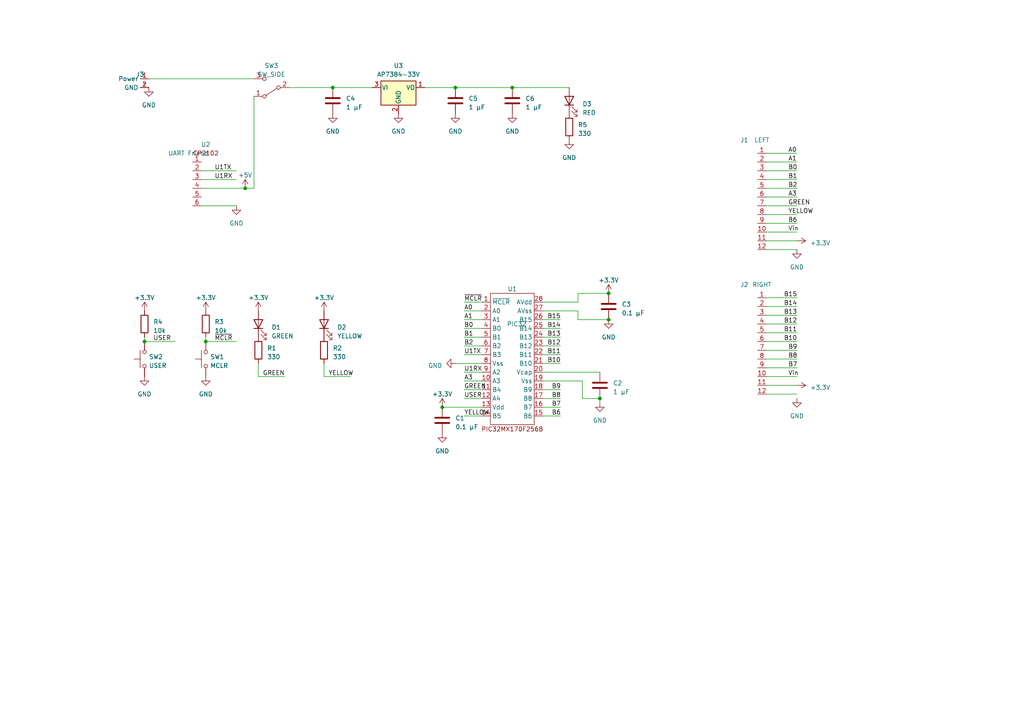
<source format=kicad_sch>
(kicad_sch (version 20230121) (generator eeschema)
  (paper "A4")
  (lib_symbols
    (symbol "Device:LED" (pin_numbers hide) (pin_names (offset 1.016) hide)
      (property "Reference" "D" (at 0 2.54 0))
      (property "Value" "LED" (at 0 -2.54 0))
      (symbol "LED_0_1"
        (polyline (pts (xy -1.27 -1.27) (xy -1.27 1.27)) (stroke (width 0.254)))
        (polyline (pts (xy -1.27 0) (xy 1.27 0)))
        (polyline (pts (xy 1.27 -1.27) (xy 1.27 1.27) (xy -1.27 0) (xy 1.27 -1.27)) (stroke (width 0.254)))
        (polyline (pts (xy -3.048 -0.762) (xy -4.572 -2.286) (xy -3.81 -2.286) (xy -4.572 -2.286) (xy -4.572 -1.524)))
        (polyline (pts (xy -1.778 -0.762) (xy -3.302 -2.286) (xy -2.54 -2.286) (xy -3.302 -2.286) (xy -3.302 -1.524)))
      )
      (symbol "LED_1_1"
        (pin passive line (at -3.81 0 0) (length 2.54) (name "K") (number "1"))
        (pin passive line (at 3.81 0 180) (length 2.54) (name "A") (number "2"))
      )
    )
    (symbol "Device:R" (pin_numbers hide) (pin_names (offset 0))
      (property "Reference" "R" (at 2.032 0 90))
      (property "Value" "R" (at 0 0 90))
      (symbol "R_0_1"
        (rectangle (start -1.016 -2.54) (end 1.016 2.54) (stroke (width 0.254)))
      )
      (symbol "R_1_1"
        (pin passive line (at 0 3.81 270) (length 1.27) (name "~") (number "1"))
        (pin passive line (at 0 -3.81 90) (length 1.27) (name "~") (number "2"))
      )
    )
    (symbol "ME433HW4NotGlobal:AP7384-33V" (pin_names (offset 0.254))
      (property "Reference" "U" (at -3.81 3.175 0))
      (property "Value" "AP7384-33V" (at 0 3.175 0))
      (symbol "AP7384-33V_0_1"
        (rectangle (start -5.08 1.905) (end 5.08 -5.08) (stroke (width 0.254)) (fill (type background)))
      )
      (symbol "AP7384-33V_1_1"
        (pin power_out line (at 7.62 0 180) (length 2.54) (name "VO") (number "1"))
        (pin power_in line (at 0 -7.62 90) (length 2.54) (name "GND") (number "2"))
        (pin power_in line (at -7.62 0 0) (length 2.54) (name "VI") (number "3"))
      )
    )
    (symbol "ME433HW4NotGlobal:Battery"
      (property "Reference" "J" (at -2.54 3.81 0))
      (symbol "Battery_1_1"
        (pin input line (at 1.27 1.27 180) (length 2.54) (name "Power") (number "1"))
        (pin input line (at 1.27 -1.27 180) (length 2.54) (name "GND") (number "2"))
      )
    )
    (symbol "ME433HW4NotGlobal:C" (pin_numbers hide) (pin_names (offset 0.254))
      (property "Reference" "C" (at 0.635 2.54 0))
      (property "Value" "C" (at 0.635 -2.54 0))
      (symbol "C_0_1"
        (polyline (pts (xy -2.032 -0.762) (xy 2.032 -0.762)) (stroke (width 0.508)))
        (polyline (pts (xy -2.032 0.762) (xy 2.032 0.762)) (stroke (width 0.508)))
      )
      (symbol "C_1_1"
        (pin passive line (at 0 3.81 270) (length 2.794) (name "~") (number "1"))
        (pin passive line (at 0 -3.81 90) (length 2.794) (name "~") (number "2"))
      )
    )
    (symbol "ME433HW4NotGlobal:CP2102"
      (property "Reference" "U" (at -3.81 8.89 0))
      (symbol "CP2102_1_1"
        (text "CP2102" (at 1.27 8.89 0) (effects (font (size 1.27 1.27))))
        (pin input line (at 0 6.35 180) (length 2.54) (name "") (number "1"))
        (pin input line (at 0 3.81 180) (length 2.54) (name "") (number "2"))
        (pin input line (at 0 1.27 180) (length 2.54) (name "") (number "3"))
        (pin input line (at 0 -1.27 180) (length 2.54) (name "") (number "4"))
        (pin input line (at 0 -3.81 180) (length 2.54) (name "") (number "5"))
        (pin input line (at 0 -6.35 180) (length 2.54) (name "") (number "6"))
      )
    )
    (symbol "ME433HW4NotGlobal:LEFT"
      (property "Reference" "J" (at -5.08 15.24 0))
      (property "Value" "LEFT" (at 0 16.51 0))
      (symbol "LEFT_1_1"
        (pin input line (at 0 13.97 180) (length 2.54) (name "") (number "1"))
        (pin input line (at 0 -8.89 180) (length 2.54) (name "") (number "10"))
        (pin input line (at 0 -11.43 180) (length 2.54) (name "") (number "11"))
        (pin input line (at 0 -13.97 180) (length 2.54) (name "") (number "12"))
        (pin input line (at 0 11.43 180) (length 2.54) (name "") (number "2"))
        (pin input line (at 0 8.89 180) (length 2.54) (name "") (number "3"))
        (pin input line (at 0 6.35 180) (length 2.54) (name "") (number "4"))
        (pin input line (at 0 3.81 180) (length 2.54) (name "") (number "5"))
        (pin input line (at 0 1.27 180) (length 2.54) (name "") (number "6"))
        (pin input line (at 0 -1.27 180) (length 2.54) (name "") (number "7"))
        (pin input line (at 0 -3.81 180) (length 2.54) (name "") (number "8"))
        (pin input line (at 0 -6.35 180) (length 2.54) (name "") (number "9"))
      )
    )
    (symbol "ME433HW4NotGlobal:PIC32"
      (property "Reference" "U" (at -6.35 20.32 0))
      (symbol "PIC32_0_1"
        (rectangle (start -6.35 19.05) (end 6.35 -19.05))
        (rectangle (start -3.81 -2.54) (end -3.81 -2.54))
        (rectangle (start 3.81 2.54) (end 3.81 2.54))
      )
      (symbol "PIC32_1_1"
        (text "PIC32MX170F256B" (at 0 -20.32 0) (effects (font (size 1.27 1.27))))
        (pin input line (at -8.89 16.51 0) (length 2.54) (name "~{MCLR}") (number "1"))
        (pin input line (at -8.89 -6.35 0) (length 2.54) (name "A3") (number "10"))
        (pin input line (at -8.89 -8.89 0) (length 2.54) (name "B4") (number "11"))
        (pin input line (at -8.89 -11.43 0) (length 2.54) (name "A4") (number "12"))
        (pin input line (at -8.89 -13.97 0) (length 2.54) (name "Vdd") (number "13"))
        (pin input line (at -8.89 -16.51 0) (length 2.54) (name "B5") (number "14"))
        (pin input line (at 8.89 -16.51 180) (length 2.54) (name "B6") (number "15"))
        (pin input line (at 8.89 -13.97 180) (length 2.54) (name "B7") (number "16"))
        (pin input line (at 8.89 -11.43 180) (length 2.54) (name "B8") (number "17"))
        (pin input line (at 8.89 -8.89 180) (length 2.54) (name "B9") (number "18"))
        (pin input line (at 8.89 -6.35 180) (length 2.54) (name "Vss") (number "19"))
        (pin input line (at -8.89 13.97 0) (length 2.54) (name "A0") (number "2"))
        (pin input line (at 8.89 -3.81 180) (length 2.54) (name "Vcap") (number "20"))
        (pin input line (at 8.89 -1.27 180) (length 2.54) (name "B10") (number "21"))
        (pin input line (at 8.89 1.27 180) (length 2.54) (name "B11") (number "22"))
        (pin input line (at 8.89 3.81 180) (length 2.54) (name "B12") (number "23"))
        (pin input line (at 8.89 6.35 180) (length 2.54) (name "B13") (number "24"))
        (pin input line (at 8.89 8.89 180) (length 2.54) (name "B14") (number "25"))
        (pin input line (at 8.89 11.43 180) (length 2.54) (name "B15") (number "26"))
        (pin input line (at 8.89 13.97 180) (length 2.54) (name "AVss") (number "27"))
        (pin input line (at 8.89 16.51 180) (length 2.54) (name "AVdd") (number "28"))
        (pin input line (at -8.89 11.43 0) (length 2.54) (name "A1") (number "3"))
        (pin input line (at -8.89 8.89 0) (length 2.54) (name "B0") (number "4"))
        (pin input line (at -8.89 6.35 0) (length 2.54) (name "B1") (number "5"))
        (pin input line (at -8.89 3.81 0) (length 2.54) (name "B2") (number "6"))
        (pin input line (at -8.89 1.27 0) (length 2.54) (name "B3") (number "7"))
        (pin input line (at -8.89 -1.27 0) (length 2.54) (name "Vss") (number "8"))
        (pin input line (at -8.89 -3.81 0) (length 2.54) (name "A2") (number "9"))
      )
    )
    (symbol "ME433HW4NotGlobal:RIGHT"
      (property "Reference" "J" (at -5.08 15.24 0))
      (property "Value" "RIGHT" (at 0 16.51 0))
      (symbol "RIGHT_1_1"
        (pin input line (at 0 13.97 180) (length 2.54) (name "") (number "1"))
        (pin input line (at 0 -8.89 180) (length 2.54) (name "") (number "10"))
        (pin input line (at 0 -11.43 180) (length 2.54) (name "") (number "11"))
        (pin input line (at 0 -13.97 180) (length 2.54) (name "") (number "12"))
        (pin input line (at 0 11.43 180) (length 2.54) (name "") (number "2"))
        (pin input line (at 0 8.89 180) (length 2.54) (name "") (number "3"))
        (pin input line (at 0 6.35 180) (length 2.54) (name "") (number "4"))
        (pin input line (at 0 3.81 180) (length 2.54) (name "") (number "5"))
        (pin input line (at 0 1.27 180) (length 2.54) (name "") (number "6"))
        (pin input line (at 0 -1.27 180) (length 2.54) (name "") (number "7"))
        (pin input line (at 0 -3.81 180) (length 2.54) (name "") (number "8"))
        (pin input line (at 0 -6.35 180) (length 2.54) (name "") (number "9"))
      )
    )
    (symbol "ME433HW4NotGlobal:SW_Push" (pin_numbers hide) (pin_names (offset 1.016) hide)
      (property "Reference" "SW" (at 1.27 2.54 0))
      (property "Value" "SW_Push" (at 0 -1.524 0))
      (symbol "SW_Push_0_1"
        (circle (center -2.032 0) (radius 0.508))
        (polyline (pts (xy 0 1.27) (xy 0 3.048)))
        (polyline (pts (xy 2.54 1.27) (xy -2.54 1.27)))
        (circle (center 2.032 0) (radius 0.508))
        (pin passive line (at -5.08 0 0) (length 2.54) (name "1") (number "1"))
        (pin passive line (at 5.08 0 180) (length 2.54) (name "2") (number "2"))
      )
    )
    (symbol "ME433HW4NotGlobal:SW_SIDE" (pin_names (offset 0) hide)
      (property "Reference" "SW" (at 0 4.318 0))
      (property "Value" "SW_SIDE" (at 0 -5.08 0))
      (symbol "SW_SIDE_0_0"
        (circle (center -2.032 0) (radius 0.508))
        (circle (center 2.032 -2.54) (radius 0.508))
      )
      (symbol "SW_SIDE_0_1"
        (polyline (pts (xy -1.524 0.254) (xy 1.651 2.286)))
        (circle (center 2.032 2.54) (radius 0.508))
      )
      (symbol "SW_SIDE_1_1"
        (pin passive line (at 5.08 2.54 180) (length 2.54) (name "A") (number "1"))
        (pin passive line (at -5.08 0 0) (length 2.54) (name "B") (number "2"))
        (pin passive line (at 5.08 -2.54 180) (length 2.54) (name "C") (number "3"))
      )
    )
    (symbol "power:+3.3V" (power) (pin_names (offset 0))
      (property "Value" "+3.3V" (at 0 3.556 0))
      (symbol "+3.3V_0_1"
        (polyline (pts (xy -0.762 1.27) (xy 0 2.54)))
        (polyline (pts (xy 0 0) (xy 0 2.54)))
        (polyline (pts (xy 0 2.54) (xy 0.762 1.27)))
      )
      (symbol "+3.3V_1_1"
        (pin power_in line (at 0 0 90) (length 0) hide (name "+3.3V") (number "1"))
      )
    )
    (symbol "power:+5V" (power) (pin_names (offset 0))
      (property "Value" "+5V" (at 0 3.556 0))
      (symbol "+5V_0_1"
        (polyline (pts (xy -0.762 1.27) (xy 0 2.54)))
        (polyline (pts (xy 0 0) (xy 0 2.54)))
        (polyline (pts (xy 0 2.54) (xy 0.762 1.27)))
      )
      (symbol "+5V_1_1"
        (pin power_in line (at 0 0 90) (length 0) hide (name "+5V") (number "1"))
      )
    )
    (symbol "power:GND" (power) (pin_names (offset 0))
      (property "Value" "GND" (at 0 -3.81 0))
      (symbol "GND_0_1"
        (polyline (pts (xy 0 0) (xy 0 -1.27) (xy 1.27 -1.27) (xy 0 -2.54) (xy -1.27 -1.27) (xy 0 -1.27)))
      )
      (symbol "GND_1_1"
        (pin power_in line (at 0 0 270) (length 0) hide (name "GND") (number "1"))
      )
    )
  )
  (junction (at 96.52 25.4))
  (junction (at 176.53 92.71))
  (junction (at 59.69 99.06))
  (junction (at 176.53 85.09))
  (junction (at 128.27 118.11))
  (junction (at 132.08 25.4))
  (junction (at 173.99 115.57))
  (junction (at 71.12 54.61))
  (junction (at 148.59 25.4))
  (junction (at 41.91 99.06))
  (wire (pts (xy 222.25 88.9) (xy 231.14 88.9)))
  (wire (pts (xy 157.48 105.41) (xy 162.56 105.41)))
  (wire (pts (xy 148.59 25.4) (xy 165.1 25.4)))
  (wire (pts (xy 222.25 57.15) (xy 231.14 57.15)))
  (wire (pts (xy 134.62 97.79) (xy 139.7 97.79)))
  (wire (pts (xy 222.25 91.44) (xy 231.14 91.44)))
  (wire (pts (xy 58.42 52.07) (xy 68.58 52.07)))
  (wire (pts (xy 168.91 115.57) (xy 173.99 115.57)))
  (wire (pts (xy 222.25 111.76) (xy 231.14 111.76)))
  (wire (pts (xy 134.62 100.33) (xy 139.7 100.33)))
  (wire (pts (xy 157.48 90.17) (xy 167.64 90.17)))
  (wire (pts (xy 157.48 118.11) (xy 162.56 118.11)))
  (wire (pts (xy 134.62 115.57) (xy 139.7 115.57)))
  (wire (pts (xy 43.18 22.86) (xy 73.66 22.86)))
  (wire (pts (xy 128.27 118.11) (xy 139.7 118.11)))
  (wire (pts (xy 222.25 62.23) (xy 231.14 62.23)))
  (wire (pts (xy 222.25 46.99) (xy 231.14 46.99)))
  (wire (pts (xy 157.48 95.25) (xy 162.56 95.25)))
  (wire (pts (xy 222.25 67.31) (xy 231.14 67.31)))
  (wire (pts (xy 134.62 113.03) (xy 139.7 113.03)))
  (wire (pts (xy 157.48 115.57) (xy 162.56 115.57)))
  (wire (pts (xy 167.64 85.09) (xy 176.53 85.09)))
  (wire (pts (xy 73.66 27.94) (xy 73.66 54.61)))
  (wire (pts (xy 58.42 49.53) (xy 68.58 49.53)))
  (wire (pts (xy 71.12 54.61) (xy 73.66 54.61)))
  (wire (pts (xy 222.25 72.39) (xy 231.14 72.39)))
  (wire (pts (xy 93.98 105.41) (xy 93.98 109.22)))
  (wire (pts (xy 157.48 120.65) (xy 162.56 120.65)))
  (wire (pts (xy 168.91 110.49) (xy 168.91 115.57)))
  (wire (pts (xy 134.62 110.49) (xy 139.7 110.49)))
  (wire (pts (xy 222.25 101.6) (xy 231.14 101.6)))
  (wire (pts (xy 132.08 105.41) (xy 139.7 105.41)))
  (wire (pts (xy 59.69 99.06) (xy 59.69 97.79)))
  (wire (pts (xy 222.25 114.3) (xy 231.14 114.3)))
  (wire (pts (xy 222.25 104.14) (xy 231.14 104.14)))
  (wire (pts (xy 222.25 44.45) (xy 231.14 44.45)))
  (wire (pts (xy 157.48 97.79) (xy 162.56 97.79)))
  (wire (pts (xy 134.62 90.17) (xy 139.7 90.17)))
  (wire (pts (xy 222.25 64.77) (xy 231.14 64.77)))
  (wire (pts (xy 41.91 99.06) (xy 41.91 97.79)))
  (wire (pts (xy 134.62 92.71) (xy 139.7 92.71)))
  (wire (pts (xy 167.64 92.71) (xy 176.53 92.71)))
  (wire (pts (xy 93.98 109.22) (xy 101.6 109.22)))
  (wire (pts (xy 58.42 54.61) (xy 71.12 54.61)))
  (wire (pts (xy 222.25 69.85) (xy 231.14 69.85)))
  (wire (pts (xy 96.52 25.4) (xy 107.95 25.4)))
  (wire (pts (xy 134.62 107.95) (xy 139.7 107.95)))
  (wire (pts (xy 134.62 120.65) (xy 139.7 120.65)))
  (wire (pts (xy 134.62 87.63) (xy 139.7 87.63)))
  (wire (pts (xy 222.25 106.68) (xy 231.14 106.68)))
  (wire (pts (xy 167.64 87.63) (xy 167.64 85.09)))
  (wire (pts (xy 157.48 110.49) (xy 168.91 110.49)))
  (wire (pts (xy 59.69 99.06) (xy 68.58 99.06)))
  (wire (pts (xy 157.48 102.87) (xy 162.56 102.87)))
  (wire (pts (xy 222.25 59.69) (xy 231.14 59.69)))
  (wire (pts (xy 58.42 59.69) (xy 68.58 59.69)))
  (wire (pts (xy 157.48 100.33) (xy 162.56 100.33)))
  (wire (pts (xy 132.08 25.4) (xy 148.59 25.4)))
  (wire (pts (xy 157.48 87.63) (xy 167.64 87.63)))
  (wire (pts (xy 123.19 25.4) (xy 132.08 25.4)))
  (wire (pts (xy 134.62 95.25) (xy 139.7 95.25)))
  (wire (pts (xy 74.93 105.41) (xy 74.93 109.22)))
  (wire (pts (xy 41.91 99.06) (xy 50.8 99.06)))
  (wire (pts (xy 222.25 49.53) (xy 231.14 49.53)))
  (wire (pts (xy 222.25 54.61) (xy 231.14 54.61)))
  (wire (pts (xy 167.64 90.17) (xy 167.64 92.71)))
  (wire (pts (xy 222.25 109.22) (xy 231.14 109.22)))
  (wire (pts (xy 157.48 107.95) (xy 173.99 107.95)))
  (wire (pts (xy 222.25 86.36) (xy 231.14 86.36)))
  (wire (pts (xy 173.99 115.57) (xy 173.99 116.84)))
  (wire (pts (xy 74.93 109.22) (xy 82.55 109.22)))
  (wire (pts (xy 222.25 93.98) (xy 231.14 93.98)))
  (wire (pts (xy 157.48 113.03) (xy 162.56 113.03)))
  (wire (pts (xy 83.82 25.4) (xy 96.52 25.4)))
  (wire (pts (xy 157.48 92.71) (xy 162.56 92.71)))
  (wire (pts (xy 222.25 52.07) (xy 231.14 52.07)))
  (wire (pts (xy 134.62 102.87) (xy 139.7 102.87)))
  (wire (pts (xy 222.25 99.06) (xy 231.14 99.06)))
  (wire (pts (xy 222.25 96.52) (xy 231.14 96.52)))
  (label "U1RX" (at 134.62 107.95 0))
  (label "Vin" (at 228.6 109.22 0))
  (label "A3" (at 134.62 110.49 0))
  (label "B10" (at 158.75 105.41 0))
  (label "B7" (at 228.6 106.68 0))
  (label "B14" (at 158.75 95.25 0))
  (label "B14" (at 227.33 88.9 0))
  (label "B2" (at 134.62 100.33 0))
  (label "A3" (at 228.6 57.15 0))
  (label "B6" (at 228.6 64.77 0))
  (label "USER" (at 44.45 99.06 0))
  (label "B7" (at 160.02 118.11 0))
  (label "A1" (at 134.62 92.71 0))
  (label "A1" (at 228.6 46.99 0))
  (label "~{MCLR}" (at 134.62 87.63 0))
  (label "GREEN" (at 134.62 113.03 0))
  (label "B9" (at 228.6 101.6 0))
  (label "YELLOW" (at 134.62 120.65 0))
  (label "USER" (at 134.62 115.57 0))
  (label "B13" (at 158.75 97.79 0))
  (label "B6" (at 160.02 120.65 0))
  (label "B1" (at 134.62 97.79 0))
  (label "GREEN" (at 228.6 59.69 0))
  (label "B8" (at 160.02 115.57 0))
  (label "B0" (at 228.6 49.53 0))
  (label "B10" (at 227.33 99.06 0))
  (label "A0" (at 134.62 90.17 0))
  (label "B0" (at 134.62 95.25 0))
  (label "B11" (at 227.33 96.52 0))
  (label "A0" (at 228.6 44.45 0))
  (label "U1TX" (at 134.62 102.87 0))
  (label "YELLOW" (at 228.6 62.23 0))
  (label "B11" (at 158.75 102.87 0))
  (label "B12" (at 158.75 100.33 0))
  (label "B1" (at 228.6 52.07 0))
  (label "B13" (at 227.33 91.44 0))
  (label "B12" (at 227.33 93.98 0))
  (label "U1TX" (at 62.23 49.53 0))
  (label "B15" (at 158.75 92.71 0))
  (label "U1RX" (at 62.23 52.07 0))
  (label "B8" (at 228.6 104.14 0))
  (label "~{MCLR}" (at 62.23 99.06 0))
  (label "Vin" (at 228.6 67.31 0))
  (label "B2" (at 228.6 54.61 0))
  (label "GREEN" (at 76.2 109.22 0))
  (label "B9" (at 160.02 113.03 0))
  (label "B15" (at 227.33 86.36 0))
  (label "YELLOW" (at 95.25 109.22 0))
  (symbol (lib_id "power:GND") (at 43.18 25.4 0) (unit 1)
    (property "Reference" "#PWR022" (effects hide))
    (property "Value" "GND" (at 43.18 30.48 0))
  )
  (symbol (lib_id "power:GND") (at 96.52 33.02 0) (unit 1)
    (property "Reference" "#PWR016" (effects hide))
    (property "Value" "GND" (at 96.52 38.1 0))
  )
  (symbol (lib_id "Device:LED") (at 93.98 93.98 90) (unit 1)
    (property "Reference" "D2" (at 97.79 94.9325 90) (effects (justify right)))
    (property "Value" "YELLOW" (at 97.79 97.4725 90) (effects (justify right)))
    (property "Footprint" "LED_THT:LED_D3.0mm" (effects hide))
  )
  (symbol (lib_id "power:GND") (at 173.99 116.84 0) (unit 1)
    (property "Reference" "#PWR06" (effects hide))
    (property "Value" "GND" (at 173.99 121.92 0))
  )
  (symbol (lib_id "power:+3.3V") (at 176.53 85.09 0) (unit 1)
    (property "Reference" "#PWR08" (effects hide))
    (property "Value" "+3.3V" (at 176.53 81.28 0))
  )
  (symbol (lib_id "ME433HW4NotGlobal:SW_SIDE") (at 78.74 25.4 180) (unit 1)
    (property "Reference" "SW3" (at 78.74 19.05 0))
    (property "Value" "SW_SIDE" (at 78.74 21.59 0))
    (property "Footprint" "ME433HW4:SlideSwitch" (effects hide))
  )
  (symbol (lib_id "power:+3.3V") (at 41.91 90.17 0) (unit 1)
    (property "Reference" "#PWR011" (effects hide))
    (property "Value" "+3.3V" (at 41.91 86.36 0))
  )
  (symbol (lib_id "ME433HW4NotGlobal:Battery") (at 41.91 24.13 0) (unit 1)
    (property "Reference" "J3" (at 40.64 21.59 0))
    (property "Value" "~" (at 41.91 24.13 0))
    (property "Footprint" "Connector_PinSocket_2.54mm:PinSocket_1x02_P2.54mm_Vertical" (effects hide))
  )
  (symbol (lib_id "Device:R") (at 41.91 93.98 180) (unit 1)
    (property "Reference" "R4" (at 44.45 93.345 0) (effects (justify right)))
    (property "Value" "10k" (at 44.45 95.885 0) (effects (justify right)))
    (property "Footprint" "Resistor_THT:R_Axial_DIN0207_L6.3mm_D2.5mm_P7.62mm_Horizontal" (effects hide))
  )
  (symbol (lib_id "Device:LED") (at 74.93 93.98 90) (unit 1)
    (property "Reference" "D1" (at 78.74 94.9325 90) (effects (justify right)))
    (property "Value" "GREEN" (at 78.74 97.4725 90) (effects (justify right)))
    (property "Footprint" "LED_THT:LED_D3.0mm" (effects hide))
  )
  (symbol (lib_id "power:GND") (at 132.08 105.41 270) (unit 1)
    (property "Reference" "#PWR03" (effects hide))
    (property "Value" "GND" (at 128.27 106.045 90) (effects (justify right)))
  )
  (symbol (lib_id "ME433HW4NotGlobal:SW_Push") (at 59.69 104.14 90) (unit 1)
    (property "Reference" "SW1" (at 60.96 103.505 90) (effects (justify right)))
    (property "Value" "MCLR" (at 60.96 106.045 90) (effects (justify right)))
    (property "Footprint" "ME433HW4:Button" (effects hide))
  )
  (symbol (lib_id "power:+3.3V") (at 59.69 90.17 0) (unit 1)
    (property "Reference" "#PWR09" (effects hide))
    (property "Value" "+3.3V" (at 59.69 86.36 0))
  )
  (symbol (lib_id "power:GND") (at 59.69 109.22 0) (unit 1)
    (property "Reference" "#PWR010" (effects hide))
    (property "Value" "GND" (at 59.69 114.3 0))
  )
  (symbol (lib_id "power:+3.3V") (at 231.14 111.76 270) (unit 1)
    (property "Reference" "#PWR025" (effects hide))
    (property "Value" "+3.3V" (at 234.95 112.395 90) (effects (justify left)))
  )
  (symbol (lib_id "ME433HW4NotGlobal:RIGHT") (at 222.25 100.33 0) (unit 1)
    (property "Reference" "J2" (at 215.9 82.55 0))
    (property "Value" "RIGHT" (at 220.98 82.55 0))
    (property "Footprint" "Connector_PinSocket_2.54mm:PinSocket_1x12_P2.54mm_Vertical" (effects hide))
  )
  (symbol (lib_id "power:GND") (at 115.57 33.02 0) (unit 1)
    (property "Reference" "#PWR017" (effects hide))
    (property "Value" "GND" (at 115.57 38.1 0))
  )
  (symbol (lib_id "power:GND") (at 132.08 33.02 0) (unit 1)
    (property "Reference" "#PWR018" (effects hide))
    (property "Value" "GND" (at 132.08 38.1 0))
  )
  (symbol (lib_id "power:GND") (at 231.14 72.39 0) (unit 1)
    (property "Reference" "#PWR023" (effects hide))
    (property "Value" "GND" (at 231.14 77.47 0))
  )
  (symbol (lib_id "power:GND") (at 148.59 33.02 0) (unit 1)
    (property "Reference" "#PWR019" (effects hide))
    (property "Value" "GND" (at 148.59 38.1 0))
  )
  (symbol (lib_id "power:+3.3V") (at 93.98 90.17 0) (unit 1)
    (property "Reference" "#PWR02" (effects hide))
    (property "Value" "+3.3V" (at 93.98 86.36 0))
  )
  (symbol (lib_id "power:GND") (at 128.27 125.73 0) (unit 1)
    (property "Reference" "#PWR04" (effects hide))
    (property "Value" "GND" (at 128.27 130.81 0))
  )
  (symbol (lib_id "power:+3.3V") (at 128.27 118.11 0) (unit 1)
    (property "Reference" "#PWR05" (effects hide))
    (property "Value" "+3.3V" (at 128.27 114.3 0))
  )
  (symbol (lib_id "power:+3.3V") (at 231.14 69.85 270) (unit 1)
    (property "Reference" "#PWR024" (effects hide))
    (property "Value" "+3.3V" (at 234.95 70.485 90) (effects (justify left)))
  )
  (symbol (lib_id "ME433HW4NotGlobal:SW_Push") (at 41.91 104.14 90) (unit 1)
    (property "Reference" "SW2" (at 43.18 103.505 90) (effects (justify right)))
    (property "Value" "USER" (at 43.18 106.045 90) (effects (justify right)))
    (property "Footprint" "ME433HW4:Button" (effects hide))
  )
  (symbol (lib_id "ME433HW4NotGlobal:C") (at 96.52 29.21 0) (unit 1)
    (property "Reference" "C4" (at 100.33 28.575 0) (effects (justify left)))
    (property "Value" "1 µF" (at 100.33 31.115 0) (effects (justify left)))
    (property "Footprint" "Capacitor_THT:C_Disc_D5.1mm_W3.2mm_P5.00mm" (effects hide))
  )
  (symbol (lib_id "ME433HW4NotGlobal:C") (at 148.59 29.21 0) (unit 1)
    (property "Reference" "C6" (at 152.4 28.575 0) (effects (justify left)))
    (property "Value" "1 µF" (at 152.4 31.115 0) (effects (justify left)))
    (property "Footprint" "Capacitor_THT:C_Disc_D5.1mm_W3.2mm_P5.00mm" (effects hide))
  )
  (symbol (lib_id "power:GND") (at 165.1 40.64 0) (unit 1)
    (property "Reference" "#PWR015" (effects hide))
    (property "Value" "GND" (at 165.1 45.72 0))
  )
  (symbol (lib_id "ME433HW4NotGlobal:CP2102") (at 58.42 53.34 0) (unit 1)
    (property "Reference" "U2" (at 59.6652 41.91 0))
    (property "Value" "UART Friend" (at 54.61 44.45 0))
    (property "Footprint" "Connector_PinSocket_2.54mm:PinSocket_1x06_P2.54mm_Vertical" (effects hide))
  )
  (symbol (lib_id "power:+5V") (at 71.12 54.61 0) (unit 1)
    (property "Reference" "#PWR013" (effects hide))
    (property "Value" "+5V" (at 71.12 50.8 0))
  )
  (symbol (lib_id "Device:R") (at 165.1 36.83 180) (unit 1)
    (property "Reference" "R5" (at 167.64 36.195 0) (effects (justify right)))
    (property "Value" "330" (at 167.64 38.735 0) (effects (justify right)))
    (property "Footprint" "Resistor_THT:R_Axial_DIN0207_L6.3mm_D2.5mm_P7.62mm_Horizontal" (effects hide))
  )
  (symbol (lib_id "power:GND") (at 68.58 59.69 0) (unit 1)
    (property "Reference" "#PWR014" (effects hide))
    (property "Value" "GND" (at 68.58 64.77 0))
  )
  (symbol (lib_id "ME433HW4NotGlobal:PIC32") (at 148.59 104.14 0) (unit 1)
    (property "Reference" "U1" (at 148.59 83.82 0))
    (property "Value" "PIC32" (at 149.86 93.98 0))
    (property "Footprint" "Package_DIP:DIP-28_W7.62mm_Socket" (effects hide))
  )
  (symbol (lib_id "ME433HW4NotGlobal:AP7384-33V") (at 115.57 25.4 0) (unit 1)
    (property "Reference" "U3" (at 115.57 19.05 0))
    (property "Value" "AP7384-33V" (at 115.57 21.59 0))
    (property "Footprint" "Package_TO_SOT_THT:TO-92_Inline_Wide" (effects hide))
    (property "Datasheet" "https://www.diodes.com/assets/Datasheets/AP7384.pdf" (effects hide))
  )
  (symbol (lib_id "ME433HW4NotGlobal:C") (at 176.53 88.9 0) (unit 1)
    (property "Reference" "C3" (at 180.34 88.265 0) (effects (justify left)))
    (property "Value" "0.1 µF" (at 180.34 90.805 0) (effects (justify left)))
    (property "Footprint" "Capacitor_THT:C_Disc_D3.4mm_W2.1mm_P2.50mm" (effects hide))
  )
  (symbol (lib_id "power:GND") (at 231.14 115.57 0) (unit 1)
    (property "Reference" "#PWR026" (effects hide))
    (property "Value" "GND" (at 231.14 120.65 0))
  )
  (symbol (lib_id "Device:R") (at 93.98 101.6 180) (unit 1)
    (property "Reference" "R2" (at 96.52 100.965 0) (effects (justify right)))
    (property "Value" "330" (at 96.52 103.505 0) (effects (justify right)))
    (property "Footprint" "Resistor_THT:R_Axial_DIN0207_L6.3mm_D2.5mm_P7.62mm_Horizontal" (effects hide))
  )
  (symbol (lib_id "ME433HW4NotGlobal:C") (at 173.99 111.76 0) (unit 1)
    (property "Reference" "C2" (at 177.8 111.125 0) (effects (justify left)))
    (property "Value" "1 µF" (at 177.8 113.665 0) (effects (justify left)))
    (property "Footprint" "Capacitor_THT:C_Disc_D5.1mm_W3.2mm_P5.00mm" (effects hide))
  )
  (symbol (lib_id "power:+3.3V") (at 74.93 90.17 0) (unit 1)
    (property "Reference" "#PWR01" (effects hide))
    (property "Value" "+3.3V" (at 74.93 86.36 0))
  )
  (symbol (lib_id "ME433HW4NotGlobal:LEFT") (at 222.25 58.42 0) (unit 1)
    (property "Reference" "J1" (at 215.9 40.64 0))
    (property "Value" "LEFT" (at 220.98 40.64 0))
    (property "Footprint" "Connector_PinSocket_2.54mm:PinSocket_1x12_P2.54mm_Vertical" (effects hide))
  )
  (symbol (lib_id "power:GND") (at 176.53 92.71 0) (unit 1)
    (property "Reference" "#PWR07" (effects hide))
    (property "Value" "GND" (at 176.53 97.79 0))
  )
  (symbol (lib_id "Device:LED") (at 165.1 29.21 90) (unit 1)
    (property "Reference" "D3" (at 168.91 30.1625 90) (effects (justify right)))
    (property "Value" "RED" (at 168.91 32.7025 90) (effects (justify right)))
    (property "Footprint" "LED_THT:LED_D3.0mm" (effects hide))
  )
  (symbol (lib_id "power:GND") (at 41.91 109.22 0) (unit 1)
    (property "Reference" "#PWR012" (effects hide))
    (property "Value" "GND" (at 41.91 114.3 0))
  )
  (symbol (lib_id "ME433HW4NotGlobal:C") (at 132.08 29.21 0) (unit 1)
    (property "Reference" "C5" (at 135.89 28.575 0) (effects (justify left)))
    (property "Value" "1 µF" (at 135.89 31.115 0) (effects (justify left)))
    (property "Footprint" "Capacitor_THT:C_Disc_D5.1mm_W3.2mm_P5.00mm" (effects hide))
  )
  (symbol (lib_id "Device:R") (at 74.93 101.6 180) (unit 1)
    (property "Reference" "R1" (at 77.47 100.965 0) (effects (justify right)))
    (property "Value" "330" (at 77.47 103.505 0) (effects (justify right)))
    (property "Footprint" "Resistor_THT:R_Axial_DIN0207_L6.3mm_D2.5mm_P7.62mm_Horizontal" (effects hide))
  )
  (symbol (lib_id "Device:R") (at 59.69 93.98 180) (unit 1)
    (property "Reference" "R3" (at 62.23 93.345 0) (effects (justify right)))
    (property "Value" "10k" (at 62.23 95.885 0) (effects (justify right)))
    (property "Footprint" "Resistor_THT:R_Axial_DIN0207_L6.3mm_D2.5mm_P7.62mm_Horizontal" (effects hide))
  )
  (symbol (lib_id "ME433HW4NotGlobal:C") (at 128.27 121.92 0) (unit 1)
    (property "Reference" "C1" (at 132.08 121.285 0) (effects (justify left)))
    (property "Value" "0.1 µF" (at 132.08 123.825 0) (effects (justify left)))
    (property "Footprint" "Capacitor_THT:C_Disc_D3.4mm_W2.1mm_P2.50mm" (effects hide))
  )
)
</source>
